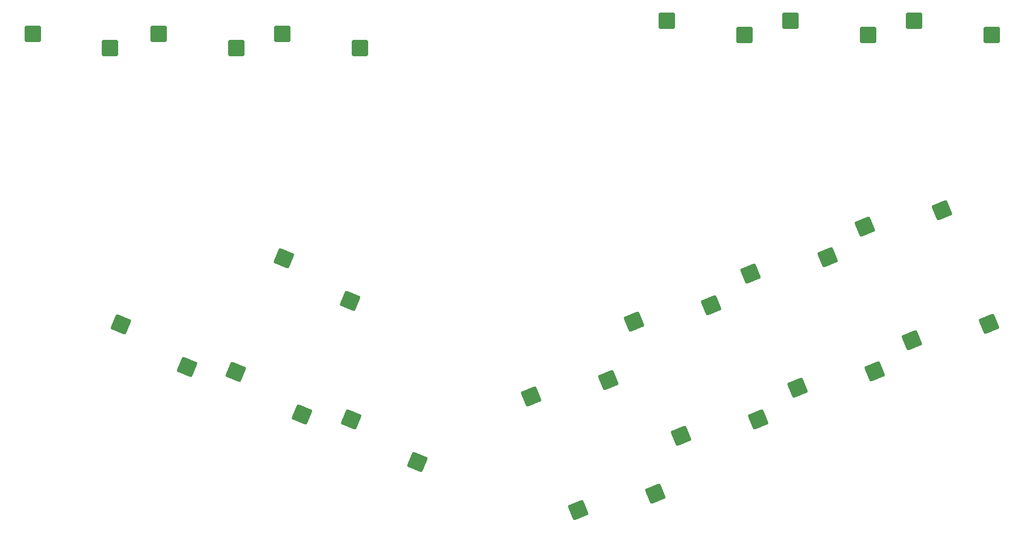
<source format=gbr>
%TF.GenerationSoftware,KiCad,Pcbnew,7.0.5*%
%TF.CreationDate,2023-08-06T16:06:22-05:00*%
%TF.ProjectId,NanoSwap,4e616e6f-5377-4617-902e-6b696361645f,rev?*%
%TF.SameCoordinates,Original*%
%TF.FileFunction,Paste,Bot*%
%TF.FilePolarity,Positive*%
%FSLAX46Y46*%
G04 Gerber Fmt 4.6, Leading zero omitted, Abs format (unit mm)*
G04 Created by KiCad (PCBNEW 7.0.5) date 2023-08-06 16:06:22*
%MOMM*%
%LPD*%
G01*
G04 APERTURE LIST*
G04 Aperture macros list*
%AMRoundRect*
0 Rectangle with rounded corners*
0 $1 Rounding radius*
0 $2 $3 $4 $5 $6 $7 $8 $9 X,Y pos of 4 corners*
0 Add a 4 corners polygon primitive as box body*
4,1,4,$2,$3,$4,$5,$6,$7,$8,$9,$2,$3,0*
0 Add four circle primitives for the rounded corners*
1,1,$1+$1,$2,$3*
1,1,$1+$1,$4,$5*
1,1,$1+$1,$6,$7*
1,1,$1+$1,$8,$9*
0 Add four rect primitives between the rounded corners*
20,1,$1+$1,$2,$3,$4,$5,0*
20,1,$1+$1,$4,$5,$6,$7,0*
20,1,$1+$1,$6,$7,$8,$9,0*
20,1,$1+$1,$8,$9,$2,$3,0*%
G04 Aperture macros list end*
%ADD10RoundRect,0.250000X-1.025000X-1.000000X1.025000X-1.000000X1.025000X1.000000X-1.025000X1.000000X0*%
%ADD11RoundRect,0.250000X-1.329660X-0.531629X0.564293X-1.316130X1.329660X0.531629X-0.564293X1.316130X0*%
%ADD12RoundRect,0.250000X-0.564293X-1.316130X1.329660X-0.531629X0.564293X1.316130X-1.329660X0.531629X0*%
G04 APERTURE END LIST*
D10*
%TO.C,*%
X155685810Y-45298000D03*
X167685810Y-47498000D03*
%TD*%
D11*
%TO.C,*%
X88977185Y-99724572D03*
X99221836Y-106349308D03*
%TD*%
D12*
%TO.C,*%
X141969570Y-121193455D03*
X153898028Y-118633789D03*
%TD*%
D11*
%TO.C,*%
X96371185Y-82103835D03*
X106615836Y-88728571D03*
%TD*%
D10*
%TO.C,*%
X96156000Y-47340000D03*
X108156000Y-49540000D03*
%TD*%
D12*
%TO.C,*%
X175936332Y-102186088D03*
X187864790Y-99626422D03*
%TD*%
%TO.C,*%
X193606321Y-94856115D03*
X205534779Y-92296449D03*
%TD*%
D11*
%TO.C,*%
X71180495Y-92352944D03*
X81425146Y-98977680D03*
%TD*%
D12*
%TO.C,*%
X150581443Y-91995252D03*
X162509901Y-89435586D03*
%TD*%
D11*
%TO.C,*%
X106774349Y-107095071D03*
X117019000Y-113719807D03*
%TD*%
D12*
%TO.C,*%
X186297833Y-77211865D03*
X198226291Y-74652199D03*
%TD*%
D10*
%TO.C,*%
X174808000Y-45308000D03*
X186808000Y-47508000D03*
%TD*%
D12*
%TO.C,*%
X157889930Y-109639505D03*
X169818388Y-107079839D03*
%TD*%
D10*
%TO.C,*%
X77026000Y-47350000D03*
X89026000Y-49550000D03*
%TD*%
%TO.C,*%
X193938000Y-45298000D03*
X205938000Y-47498000D03*
%TD*%
D12*
%TO.C,*%
X168627841Y-84541839D03*
X180556299Y-81982173D03*
%TD*%
D10*
%TO.C,*%
X57501000Y-47330000D03*
X69501000Y-49530000D03*
%TD*%
D12*
%TO.C,*%
X134661082Y-103549203D03*
X146589540Y-100989537D03*
%TD*%
M02*

</source>
